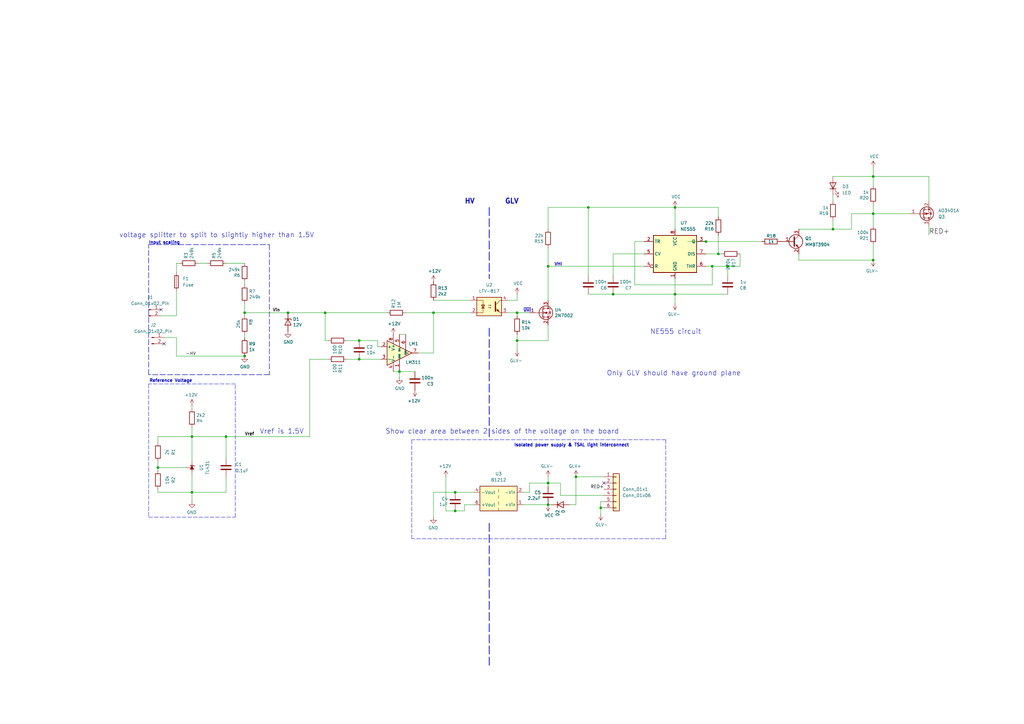
<source format=kicad_sch>
(kicad_sch (version 20231120) (generator "eeschema") (generator_version "8.0")
  (paper "A3")
  (title_block (title "TSAL") (date "2020-03-11") (rev "3.1") (company "NU Racing (UoN)") (comment 1 "Michael Ruppe") (comment 2 "github.com/michaelruppe/FSAE"))
  (lib_symbols
    (symbol "Comparator:LM311" (pin_names (offset 0.127))
      (property "Reference" "U" (at 3.81 6.35 0))
      (property "Value" "LM311" (at 3.81 3.81 0))
      (symbol "LM311_0_1"
        (polyline (pts (xy 5.08 0) (xy -5.08 5.08) (xy -5.08 -5.08) (xy 5.08 0)) (stroke (width 0.254)) (fill (type background)))
        (polyline (pts (xy 3.683 -0.381) (xy 3.302 -0.381) (xy 3.683 0) (xy 3.302 0.381) (xy 2.921 0) (xy 3.302 -0.381) (xy 2.921 -0.381)) (stroke (width 0.127)))
      )
      (symbol "LM311_1_1"
        (pin passive line (at 0 -7.62 90) (length 5.08) (name "GND") (number "1"))
        (pin input line (at -7.62 2.54 0) (length 2.54) (name "+") (number "2"))
        (pin input line (at -7.62 -2.54 0) (length 2.54) (name "-") (number "3"))
        (pin power_in line (at -2.54 -7.62 90) (length 3.81) (name "V-") (number "4"))
        (pin input line (at 0 7.62 270) (length 5.08) (name "BAL") (number "5"))
        (pin input line (at 2.54 7.62 270) (length 6.35) (name "STRB") (number "6"))
        (pin open_collector line (at 7.62 0 180) (length 2.54) (name "~") (number "7"))
        (pin power_in line (at -2.54 7.62 270) (length 3.81) (name "V+") (number "8"))
      )
    )
    (symbol "Connector:Conn_01x02_Pin" (pin_names (offset 1.016) hide)
      (property "Reference" "J" (at 0 2.54 0))
      (property "Value" "Conn_01x02_Pin" (at 0 -5.08 0))
      (symbol "Conn_01x02_Pin_1_1"
        (polyline (pts (xy 1.27 -2.54) (xy 0.8636 -2.54)) (stroke (width 0.1524)))
        (polyline (pts (xy 1.27 0) (xy 0.8636 0)) (stroke (width 0.1524)))
        (rectangle (start 0.8636 -2.413) (end 0 -2.667) (stroke (width 0.1524)) (fill (type outline)))
        (rectangle (start 0.8636 0.127) (end 0 -0.127) (stroke (width 0.1524)) (fill (type outline)))
        (pin passive line (at 5.08 0 180) (length 3.81) (name "Pin_1") (number "1"))
        (pin passive line (at 5.08 -2.54 180) (length 3.81) (name "Pin_2") (number "2"))
      )
    )
    (symbol "Connector_Generic:Conn_01x06" (pin_names (offset 1.016) hide)
      (property "Reference" "J" (at 0 7.62 0))
      (property "Value" "Conn_01x06" (at 0 -10.16 0))
      (symbol "Conn_01x06_1_1"
        (rectangle (start -1.27 -7.493) (end 0 -7.747) (stroke (width 0.1524)))
        (rectangle (start -1.27 -4.953) (end 0 -5.207) (stroke (width 0.1524)))
        (rectangle (start -1.27 -2.413) (end 0 -2.667) (stroke (width 0.1524)))
        (rectangle (start -1.27 0.127) (end 0 -0.127) (stroke (width 0.1524)))
        (rectangle (start -1.27 2.667) (end 0 2.413) (stroke (width 0.1524)))
        (rectangle (start -1.27 5.207) (end 0 4.953) (stroke (width 0.1524)))
        (rectangle (start -1.27 6.35) (end 1.27 -8.89) (stroke (width 0.254)) (fill (type background)))
        (pin passive line (at -5.08 5.08 0) (length 3.81) (name "Pin_1") (number "1"))
        (pin passive line (at -5.08 2.54 0) (length 3.81) (name "Pin_2") (number "2"))
        (pin passive line (at -5.08 0 0) (length 3.81) (name "Pin_3") (number "3"))
        (pin passive line (at -5.08 -2.54 0) (length 3.81) (name "Pin_4") (number "4"))
        (pin passive line (at -5.08 -5.08 0) (length 3.81) (name "Pin_5") (number "5"))
        (pin passive line (at -5.08 -7.62 0) (length 3.81) (name "Pin_6") (number "6"))
      )
    )
    (symbol "Converter_DCDC:TBA2-1212"
      (property "Reference" "U" (at -6.35 6.35 0))
      (property "Value" "TBA2-1212" (at 2.54 6.35 0))
      (symbol "TBA2-1212_0_1"
        (rectangle (start -7.62 5.08) (end 7.62 -5.08) (stroke (width 0.254)) (fill (type background)))
        (polyline (pts (xy 0 -2.54) (xy 0 -3.81)))
        (polyline (pts (xy 0 0) (xy 0 -1.27)))
        (polyline (pts (xy 0 2.54) (xy 0 1.27)))
        (polyline (pts (xy 0 5.08) (xy 0 3.81)))
      )
      (symbol "TBA2-1212_1_1"
        (pin power_in line (at -10.16 2.54 0) (length 2.54) (name "+Vin") (number "1"))
        (pin power_in line (at -10.16 -2.54 0) (length 2.54) (name "-Vin") (number "2"))
        (pin power_out line (at 10.16 -2.54 180) (length 2.54) (name "-Vout") (number "4"))
        (pin power_out line (at 10.16 2.54 180) (length 2.54) (name "+Vout") (number "6"))
      )
    )
    (symbol "Device:C" (pin_numbers hide) (pin_names (offset 0.254))
      (property "Reference" "C" (at 0.635 2.54 0))
      (property "Value" "C" (at 0.635 -2.54 0))
      (symbol "C_0_1"
        (polyline (pts (xy -2.032 -0.762) (xy 2.032 -0.762)) (stroke (width 0.508)))
        (polyline (pts (xy -2.032 0.762) (xy 2.032 0.762)) (stroke (width 0.508)))
      )
      (symbol "C_1_1"
        (pin passive line (at 0 3.81 270) (length 2.794) (name "~") (number "1"))
        (pin passive line (at 0 -3.81 90) (length 2.794) (name "~") (number "2"))
      )
    )
    (symbol "Device:D" (pin_numbers hide) (pin_names (offset 1.016) hide)
      (property "Reference" "D" (at 0 2.54 0))
      (property "Value" "D" (at 0 -2.54 0))
      (symbol "D_0_1"
        (polyline (pts (xy -1.27 1.27) (xy -1.27 -1.27)) (stroke (width 0.254)))
        (polyline (pts (xy 1.27 0) (xy -1.27 0)))
        (polyline (pts (xy 1.27 1.27) (xy 1.27 -1.27) (xy -1.27 0) (xy 1.27 1.27)) (stroke (width 0.254)))
      )
      (symbol "D_1_1"
        (pin passive line (at -3.81 0 0) (length 2.54) (name "K") (number "1"))
        (pin passive line (at 3.81 0 180) (length 2.54) (name "A") (number "2"))
      )
    )
    (symbol "Device:D_Zener" (pin_numbers hide) (pin_names (offset 1.016) hide)
      (property "Reference" "D" (at 0 2.54 0))
      (property "Value" "D_Zener" (at 0 -2.54 0))
      (symbol "D_Zener_0_1"
        (polyline (pts (xy 1.27 0) (xy -1.27 0)))
        (polyline (pts (xy -1.27 -1.27) (xy -1.27 1.27) (xy -0.762 1.27)) (stroke (width 0.254)))
        (polyline (pts (xy 1.27 -1.27) (xy 1.27 1.27) (xy -1.27 0) (xy 1.27 -1.27)) (stroke (width 0.254)))
      )
      (symbol "D_Zener_1_1"
        (pin passive line (at -3.81 0 0) (length 2.54) (name "K") (number "1"))
        (pin passive line (at 3.81 0 180) (length 2.54) (name "A") (number "2"))
      )
    )
    (symbol "Device:Fuse" (pin_numbers hide) (pin_names (offset 0))
      (property "Reference" "F" (at 2.032 0 90))
      (property "Value" "Fuse" (at -1.905 0 90))
      (symbol "Fuse_0_1"
        (rectangle (start -0.762 -2.54) (end 0.762 2.54) (stroke (width 0.254)))
        (polyline (pts (xy 0 2.54) (xy 0 -2.54)))
      )
      (symbol "Fuse_1_1"
        (pin passive line (at 0 3.81 270) (length 1.27) (name "~") (number "1"))
        (pin passive line (at 0 -3.81 90) (length 1.27) (name "~") (number "2"))
      )
    )
    (symbol "Device:LED" (pin_numbers hide) (pin_names (offset 1.016) hide)
      (property "Reference" "D" (at 0 2.54 0))
      (property "Value" "LED" (at 0 -2.54 0))
      (symbol "LED_0_1"
        (polyline (pts (xy -1.27 -1.27) (xy -1.27 1.27)) (stroke (width 0.254)))
        (polyline (pts (xy -1.27 0) (xy 1.27 0)))
        (polyline (pts (xy 1.27 -1.27) (xy 1.27 1.27) (xy -1.27 0) (xy 1.27 -1.27)) (stroke (width 0.254)))
        (polyline (pts (xy -3.048 -0.762) (xy -4.572 -2.286) (xy -3.81 -2.286) (xy -4.572 -2.286) (xy -4.572 -1.524)))
        (polyline (pts (xy -1.778 -0.762) (xy -3.302 -2.286) (xy -2.54 -2.286) (xy -3.302 -2.286) (xy -3.302 -1.524)))
      )
      (symbol "LED_1_1"
        (pin passive line (at -3.81 0 0) (length 2.54) (name "K") (number "1"))
        (pin passive line (at 3.81 0 180) (length 2.54) (name "A") (number "2"))
      )
    )
    (symbol "Device:R" (pin_numbers hide) (pin_names (offset 0))
      (property "Reference" "R" (at 2.032 0 90))
      (property "Value" "R" (at 0 0 90))
      (symbol "R_0_1"
        (rectangle (start -1.016 -2.54) (end 1.016 2.54) (stroke (width 0.254)))
      )
      (symbol "R_1_1"
        (pin passive line (at 0 3.81 270) (length 1.27) (name "~") (number "1"))
        (pin passive line (at 0 -3.81 90) (length 1.27) (name "~") (number "2"))
      )
    )
    (symbol "Isolator:LTV-817" (pin_names (offset 1.016))
      (property "Reference" "U" (at -5.08 5.08 0))
      (property "Value" "LTV-817" (at 0 5.08 0))
      (symbol "LTV-817_0_1"
        (rectangle (start -5.08 3.81) (end 5.08 -3.81) (stroke (width 0.254)) (fill (type background)))
        (polyline (pts (xy -3.175 -0.635) (xy -1.905 -0.635)) (stroke (width 0.254)))
        (polyline (pts (xy 2.54 0.635) (xy 4.445 2.54)))
        (polyline (pts (xy 4.445 -2.54) (xy 2.54 -0.635)) (fill (type outline)))
        (polyline (pts (xy 4.445 -2.54) (xy 5.08 -2.54)))
        (polyline (pts (xy 4.445 2.54) (xy 5.08 2.54)))
        (polyline (pts (xy -5.08 2.54) (xy -2.54 2.54) (xy -2.54 -0.762)))
        (polyline (pts (xy -2.54 -0.635) (xy -2.54 -2.54) (xy -5.08 -2.54)))
        (polyline (pts (xy 2.54 1.905) (xy 2.54 -1.905) (xy 2.54 -1.905)) (stroke (width 0.508)))
        (polyline (pts (xy -2.54 -0.635) (xy -3.175 0.635) (xy -1.905 0.635) (xy -2.54 -0.635)) (stroke (width 0.254)))
        (polyline (pts (xy -0.508 -0.508) (xy 0.762 -0.508) (xy 0.381 -0.635) (xy 0.381 -0.381) (xy 0.762 -0.508)))
        (polyline (pts (xy -0.508 0.508) (xy 0.762 0.508) (xy 0.381 0.381) (xy 0.381 0.635) (xy 0.762 0.508)))
        (polyline (pts (xy 3.048 -1.651) (xy 3.556 -1.143) (xy 4.064 -2.159) (xy 3.048 -1.651) (xy 3.048 -1.651)) (fill (type outline)))
      )
      (symbol "LTV-817_1_1"
        (pin passive line (at -7.62 2.54 0) (length 2.54) (name "~") (number "1"))
        (pin passive line (at -7.62 -2.54 0) (length 2.54) (name "~") (number "2"))
        (pin passive line (at 7.62 -2.54 180) (length 2.54) (name "~") (number "3"))
        (pin passive line (at 7.62 2.54 180) (length 2.54) (name "~") (number "4"))
      )
    )
    (symbol "Reference_Voltage:TL431LP" (pin_numbers hide) (pin_names hide)
      (property "Reference" "U" (at -2.54 2.54 0))
      (property "Value" "TL431LP" (at 0 -2.54 0))
      (symbol "TL431LP_0_1"
        (polyline (pts (xy -1.27 0) (xy 0 0) (xy 1.27 0)))
        (polyline (pts (xy -0.762 0.762) (xy 0.762 0) (xy -0.762 -0.762)) (fill (type outline)))
        (polyline (pts (xy 0.508 -1.016) (xy 0.762 -0.762) (xy 0.762 0.762) (xy 0.762 0.762)) (stroke (width 0.254)))
      )
      (symbol "TL431LP_1_1"
        (pin passive line (at 0 2.54 270) (length 2.54) (name "REF") (number "1"))
        (pin passive line (at -2.54 0 0) (length 2.54) (name "A") (number "2"))
        (pin passive line (at 2.54 0 180) (length 2.54) (name "K") (number "3"))
      )
    )
    (symbol "Timer:NE555D"
      (property "Reference" "U" (at -10.16 8.89 0))
      (property "Value" "NE555D" (at 2.54 8.89 0))
      (symbol "NE555D_0_0"
        (pin power_in line (at 0 -10.16 90) (length 2.54) (name "GND") (number "1"))
        (pin power_in line (at 0 10.16 270) (length 2.54) (name "VCC") (number "8"))
      )
      (symbol "NE555D_0_1"
        (rectangle (start -8.89 -7.62) (end 8.89 7.62) (stroke (width 0.254)) (fill (type background)))
        (rectangle (start -8.89 -7.62) (end 8.89 7.62) (stroke (width 0.254)) (fill (type background)))
      )
      (symbol "NE555D_1_1"
        (pin input line (at -12.7 5.08 0) (length 3.81) (name "TR") (number "2"))
        (pin output line (at 12.7 5.08 180) (length 3.81) (name "Q") (number "3"))
        (pin input inverted (at -12.7 -5.08 0) (length 3.81) (name "R") (number "4"))
        (pin input line (at -12.7 0 0) (length 3.81) (name "CV") (number "5"))
        (pin input line (at 12.7 -5.08 180) (length 3.81) (name "THR") (number "6"))
        (pin input line (at 12.7 0 180) (length 3.81) (name "DIS") (number "7"))
      )
    )
    (symbol "Transistor_BJT:MMBT3904" (pin_names (offset 0) hide)
      (property "Reference" "Q" (at 5.08 1.905 0))
      (property "Value" "MMBT3904" (at 5.08 0 0))
      (symbol "MMBT3904_0_1"
        (polyline (pts (xy 0.635 0.635) (xy 2.54 2.54)))
        (polyline (pts (xy 0.635 -0.635) (xy 2.54 -2.54) (xy 2.54 -2.54)))
        (polyline (pts (xy 0.635 1.905) (xy 0.635 -1.905) (xy 0.635 -1.905)) (stroke (width 0.508)))
        (polyline (pts (xy 1.27 -1.778) (xy 1.778 -1.27) (xy 2.286 -2.286) (xy 1.27 -1.778) (xy 1.27 -1.778)) (fill (type outline)))
        (circle (center 1.27 0) (radius 2.8194) (stroke (width 0.254)))
      )
      (symbol "MMBT3904_1_1"
        (pin input line (at -5.08 0 0) (length 5.715) (name "B") (number "1"))
        (pin passive line (at 2.54 -5.08 90) (length 2.54) (name "E") (number "2"))
        (pin passive line (at 2.54 5.08 270) (length 2.54) (name "C") (number "3"))
      )
    )
    (symbol "Transistor_FET:2N7002" (pin_names hide)
      (property "Reference" "Q" (at 5.08 1.905 0))
      (property "Value" "2N7002" (at 5.08 0 0))
      (symbol "2N7002_0_1"
        (polyline (pts (xy 0.254 0) (xy -2.54 0)))
        (polyline (pts (xy 0.254 1.905) (xy 0.254 -1.905)) (stroke (width 0.254)))
        (polyline (pts (xy 0.762 -1.27) (xy 0.762 -2.286)) (stroke (width 0.254)))
        (polyline (pts (xy 0.762 0.508) (xy 0.762 -0.508)) (stroke (width 0.254)))
        (polyline (pts (xy 0.762 2.286) (xy 0.762 1.27)) (stroke (width 0.254)))
        (polyline (pts (xy 2.54 2.54) (xy 2.54 1.778)))
        (polyline (pts (xy 2.54 -2.54) (xy 2.54 0) (xy 0.762 0)))
        (polyline (pts (xy 0.762 -1.778) (xy 3.302 -1.778) (xy 3.302 1.778) (xy 0.762 1.778)))
        (polyline (pts (xy 1.016 0) (xy 2.032 0.381) (xy 2.032 -0.381) (xy 1.016 0)) (fill (type outline)))
        (polyline (pts (xy 2.794 0.508) (xy 2.921 0.381) (xy 3.683 0.381) (xy 3.81 0.254)))
        (polyline (pts (xy 3.302 0.381) (xy 2.921 -0.254) (xy 3.683 -0.254) (xy 3.302 0.381)))
        (circle (center 1.651 0) (radius 2.794) (stroke (width 0.254)))
        (circle (center 2.54 -1.778) (radius 0.254) (fill (type outline)))
        (circle (center 2.54 1.778) (radius 0.254) (fill (type outline)))
      )
      (symbol "2N7002_1_1"
        (pin input line (at -5.08 0 0) (length 2.54) (name "G") (number "1"))
        (pin passive line (at 2.54 -5.08 90) (length 2.54) (name "S") (number "2"))
        (pin passive line (at 2.54 5.08 270) (length 2.54) (name "D") (number "3"))
      )
    )
    (symbol "Transistor_FET:AO3401A" (pin_names hide)
      (property "Reference" "Q" (at 5.08 1.905 0))
      (property "Value" "AO3401A" (at 5.08 0 0))
      (symbol "AO3401A_0_1"
        (polyline (pts (xy 0.254 0) (xy -2.54 0)))
        (polyline (pts (xy 0.254 1.905) (xy 0.254 -1.905)) (stroke (width 0.254)))
        (polyline (pts (xy 0.762 -1.27) (xy 0.762 -2.286)) (stroke (width 0.254)))
        (polyline (pts (xy 0.762 0.508) (xy 0.762 -0.508)) (stroke (width 0.254)))
        (polyline (pts (xy 0.762 2.286) (xy 0.762 1.27)) (stroke (width 0.254)))
        (polyline (pts (xy 2.54 2.54) (xy 2.54 1.778)))
        (polyline (pts (xy 2.54 -2.54) (xy 2.54 0) (xy 0.762 0)))
        (polyline (pts (xy 0.762 1.778) (xy 3.302 1.778) (xy 3.302 -1.778) (xy 0.762 -1.778)))
        (polyline (pts (xy 2.286 0) (xy 1.27 0.381) (xy 1.27 -0.381) (xy 2.286 0)) (fill (type outline)))
        (polyline (pts (xy 2.794 -0.508) (xy 2.921 -0.381) (xy 3.683 -0.381) (xy 3.81 -0.254)))
        (polyline (pts (xy 3.302 -0.381) (xy 2.921 0.254) (xy 3.683 0.254) (xy 3.302 -0.381)))
        (circle (center 1.651 0) (radius 2.794) (stroke (width 0.254)))
        (circle (center 2.54 -1.778) (radius 0.254) (fill (type outline)))
        (circle (center 2.54 1.778) (radius 0.254) (fill (type outline)))
      )
      (symbol "AO3401A_1_1"
        (pin input line (at -5.08 0 0) (length 2.54) (name "G") (number "1"))
        (pin passive line (at 2.54 -5.08 90) (length 2.54) (name "S") (number "2"))
        (pin passive line (at 2.54 5.08 270) (length 2.54) (name "D") (number "3"))
      )
    )
    (symbol "power-symbol-library:GLV+" (power) (pin_names (offset 0))
      (property "Value" "GLV+" (at 0 3.81 0))
      (symbol "GLV+_0_1"
        (polyline (pts (xy -0.762 1.27) (xy 0 2.54)))
        (polyline (pts (xy 0 0) (xy 0 2.54)))
        (polyline (pts (xy 0 2.54) (xy 0.762 1.27)))
      )
      (symbol "GLV+_1_1"
        (pin power_in line (at 0 0 90) (length 0) hide (name "GLV+") (number "1"))
      )
    )
    (symbol "power-symbol-library:GLV-" (power) (pin_names (offset 0))
      (property "Value" "GLV-" (at 0 3.81 0))
      (symbol "GLV-_0_1"
        (polyline (pts (xy -0.762 1.27) (xy 0 2.54)))
        (polyline (pts (xy 0 0) (xy 0 2.54)))
        (polyline (pts (xy 0 2.54) (xy 0.762 1.27)))
      )
      (symbol "GLV-_1_1"
        (pin power_in line (at 0 0 90) (length 0) hide (name "GLV-") (number "1"))
      )
    )
    (symbol "power:+12V" (power) (pin_numbers hide) (pin_names (offset 0) hide)
      (property "Value" "+12V" (at 0 3.556 0))
      (symbol "+12V_0_1"
        (polyline (pts (xy -0.762 1.27) (xy 0 2.54)))
        (polyline (pts (xy 0 0) (xy 0 2.54)))
        (polyline (pts (xy 0 2.54) (xy 0.762 1.27)))
      )
      (symbol "+12V_1_1"
        (pin power_in line (at 0 0 90) (length 0) (name "~") (number "1"))
      )
    )
    (symbol "power:GND" (power) (pin_numbers hide) (pin_names (offset 0) hide)
      (property "Value" "GND" (at 0 -3.81 0))
      (symbol "GND_0_1"
        (polyline (pts (xy 0 0) (xy 0 -1.27) (xy 1.27 -1.27) (xy 0 -2.54) (xy -1.27 -1.27) (xy 0 -1.27)))
      )
      (symbol "GND_1_1"
        (pin power_in line (at 0 0 270) (length 0) (name "~") (number "1"))
      )
    )
    (symbol "power:VCC" (power) (pin_numbers hide) (pin_names (offset 0) hide)
      (property "Value" "VCC" (at 0 3.556 0))
      (symbol "VCC_0_1"
        (polyline (pts (xy -0.762 1.27) (xy 0 2.54)))
        (polyline (pts (xy 0 0) (xy 0 2.54)))
        (polyline (pts (xy 0 2.54) (xy 0.762 1.27)))
      )
      (symbol "VCC_1_1"
        (pin power_in line (at 0 0 90) (length 0) (name "~") (number "1"))
      )
    )
  )
  (junction (at 163.83 152.4))
  (junction (at 92.71 179.07))
  (junction (at 224.79 207.01))
  (junction (at 241.3 85.09))
  (junction (at 147.32 147.32))
  (junction (at 100.33 128.27))
  (junction (at 212.09 128.27))
  (junction (at 186.69 201.93))
  (junction (at 177.8 128.27))
  (junction (at 78.74 179.07))
  (junction (at 212.09 139.7))
  (junction (at 133.35 128.27))
  (junction (at 358.14 106.68))
  (junction (at 358.14 72.39))
  (junction (at 100.33 146.05))
  (junction (at 64.77 191.77))
  (junction (at 289.56 99.06))
  (junction (at 186.69 209.55))
  (junction (at 118.11 128.27))
  (junction (at 276.86 120.65))
  (junction (at 294.64 104.14))
  (junction (at 358.14 87.63))
  (junction (at 224.79 198.12))
  (junction (at 147.32 139.7))
  (junction (at 236.22 195.58))
  (junction (at 224.79 109.22))
  (junction (at 276.86 85.09))
  (junction (at 298.45 109.22))
  (junction (at 292.1 109.22))
  (junction (at 246.38 208.28))
  (junction (at 78.74 201.93))
  (junction (at 251.46 120.65))
  (junction (at 341.63 93.98))
  (no_connect (at 247.65 198.12))
  (no_connect (at 66.04 127))
  (no_connect (at 67.31 140.97))
  (wire (pts (xy 92.71 201.93) (xy 78.74 201.93)))
  (polyline (pts (xy 110.49 153.67) (xy 60.96 153.67)) (stroke (width 0.2032) (type dash)))
  (polyline (pts (xy 273.05 220.98) (xy 168.91 220.98)) (stroke (width 0) (type dash)))
  (wire (pts (xy 281.94 99.06) (xy 289.56 99.06)))
  (wire (pts (xy 212.09 139.7) (xy 212.09 137.16)))
  (wire (pts (xy 260.35 116.84) (xy 292.1 116.84)))
  (wire (pts (xy 294.64 104.14) (xy 295.91 104.14)))
  (wire (pts (xy 190.5 207.01) (xy 194.31 207.01)))
  (wire (pts (xy 156.21 142.24) (xy 154.94 142.24)))
  (wire (pts (xy 358.14 87.63) (xy 358.14 92.71)))
  (wire (pts (xy 134.62 147.32) (xy 127 147.32)))
  (polyline (pts (xy 96.52 157.48) (xy 60.96 157.48)) (stroke (width 0) (type dash)))
  (wire (pts (xy 224.79 109.22) (xy 264.16 109.22)))
  (wire (pts (xy 100.33 129.54) (xy 100.33 128.27)))
  (wire (pts (xy 276.86 85.09) (xy 276.86 93.98)))
  (wire (pts (xy 64.77 191.77) (xy 64.77 193.04)))
  (wire (pts (xy 72.39 111.76) (xy 72.39 107.95)))
  (wire (pts (xy 177.8 212.09) (xy 177.8 201.93)))
  (wire (pts (xy 92.71 107.95) (xy 100.33 107.95)))
  (polyline (pts (xy 200.66 85.09) (xy 200.66 114.3)) (stroke (width 0.3048) (type dash)))
  (wire (pts (xy 349.25 93.98) (xy 341.63 93.98)))
  (polyline (pts (xy 110.49 100.33) (xy 110.49 153.67)) (stroke (width 0.2032) (type dash)))
  (wire (pts (xy 212.09 123.19) (xy 212.09 120.65)))
  (wire (pts (xy 224.79 85.09) (xy 241.3 85.09)))
  (wire (pts (xy 327.66 93.98) (xy 341.63 93.98)))
  (polyline (pts (xy 60.96 100.33) (xy 110.49 100.33)) (stroke (width 0.2032) (type dash)))
  (wire (pts (xy 381 72.39) (xy 358.14 72.39)))
  (wire (pts (xy 358.14 87.63) (xy 373.38 87.63)))
  (wire (pts (xy 64.77 201.93) (xy 64.77 200.66)))
  (wire (pts (xy 100.33 137.16) (xy 100.33 138.43)))
  (wire (pts (xy 78.74 201.93) (xy 78.74 205.74)))
  (wire (pts (xy 64.77 189.23) (xy 64.77 191.77)))
  (polyline (pts (xy 60.96 153.67) (xy 60.96 100.33)) (stroke (width 0.2032) (type dash)))
  (wire (pts (xy 177.8 144.78) (xy 177.8 128.27)))
  (wire (pts (xy 212.09 128.27) (xy 212.09 129.54)))
  (wire (pts (xy 241.3 85.09) (xy 276.86 85.09)))
  (wire (pts (xy 72.39 107.95) (xy 73.66 107.95)))
  (wire (pts (xy 224.79 109.22) (xy 224.79 101.6)))
  (wire (pts (xy 236.22 195.58) (xy 247.65 195.58)))
  (wire (pts (xy 92.71 179.07) (xy 127 179.07)))
  (polyline (pts (xy 200.66 134.62) (xy 200.66 180.34)) (stroke (width 0.3048) (type dash)))
  (wire (pts (xy 264.16 99.06) (xy 260.35 99.06)))
  (wire (pts (xy 166.37 137.16) (xy 163.83 137.16)))
  (wire (pts (xy 247.65 203.2) (xy 229.87 203.2)))
  (wire (pts (xy 358.14 68.58) (xy 358.14 72.39)))
  (polyline (pts (xy 168.91 220.98) (xy 168.91 180.34)) (stroke (width 0) (type dash)))
  (polyline (pts (xy 273.05 180.34) (xy 168.91 180.34)) (stroke (width 0) (type dash)))
  (wire (pts (xy 381 92.71) (xy 381 96.52)))
  (wire (pts (xy 358.14 106.68) (xy 358.14 100.33)))
  (wire (pts (xy 289.56 104.14) (xy 294.64 104.14)))
  (wire (pts (xy 100.33 124.46) (xy 100.33 128.27)))
  (wire (pts (xy 78.74 167.64) (xy 78.74 166.37)))
  (polyline (pts (xy 60.96 212.09) (xy 96.52 212.09)) (stroke (width 0) (type dash)))
  (wire (pts (xy 224.79 93.98) (xy 224.79 85.09)))
  (wire (pts (xy 177.8 144.78) (xy 171.45 144.78)))
  (wire (pts (xy 81.28 107.95) (xy 85.09 107.95)))
  (wire (pts (xy 241.3 113.03) (xy 241.3 85.09)))
  (wire (pts (xy 358.14 83.82) (xy 358.14 87.63)))
  (wire (pts (xy 312.42 99.06) (xy 289.56 99.06)))
  (wire (pts (xy 78.74 194.31) (xy 78.74 201.93)))
  (wire (pts (xy 212.09 143.51) (xy 212.09 139.7)))
  (wire (pts (xy 147.32 139.7) (xy 142.24 139.7)))
  (wire (pts (xy 177.8 201.93) (xy 186.69 201.93)))
  (wire (pts (xy 224.79 195.58) (xy 224.79 198.12)))
  (wire (pts (xy 251.46 104.14) (xy 251.46 113.03)))
  (wire (pts (xy 190.5 209.55) (xy 186.69 209.55)))
  (wire (pts (xy 214.63 207.01) (xy 224.79 207.01)))
  (polyline (pts (xy 200.66 214.63) (xy 200.66 273.05)) (stroke (width 0.3048) (type dash)))
  (wire (pts (xy 133.35 128.27) (xy 158.75 128.27)))
  (wire (pts (xy 236.22 195.58) (xy 236.22 207.01)))
  (wire (pts (xy 303.53 104.14) (xy 303.53 109.22)))
  (wire (pts (xy 78.74 175.26) (xy 78.74 179.07)))
  (wire (pts (xy 133.35 128.27) (xy 133.35 139.7)))
  (wire (pts (xy 276.86 85.09) (xy 294.64 85.09)))
  (wire (pts (xy 208.28 123.19) (xy 212.09 123.19)))
  (wire (pts (xy 224.79 198.12) (xy 217.17 198.12)))
  (wire (pts (xy 186.69 209.55) (xy 182.88 209.55)))
  (wire (pts (xy 264.16 104.14) (xy 251.46 104.14)))
  (wire (pts (xy 298.45 109.22) (xy 292.1 109.22)))
  (wire (pts (xy 327.66 106.68) (xy 358.14 106.68)))
  (wire (pts (xy 224.79 198.12) (xy 224.79 199.39)))
  (wire (pts (xy 127 147.32) (xy 127 179.07)))
  (wire (pts (xy 251.46 120.65) (xy 276.86 120.65)))
  (wire (pts (xy 154.94 139.7) (xy 147.32 139.7)))
  (wire (pts (xy 92.71 195.58) (xy 92.71 201.93)))
  (wire (pts (xy 142.24 147.32) (xy 147.32 147.32)))
  (wire (pts (xy 177.8 123.19) (xy 193.04 123.19)))
  (wire (pts (xy 292.1 116.84) (xy 292.1 109.22)))
  (wire (pts (xy 72.39 138.43) (xy 72.39 146.05)))
  (wire (pts (xy 64.77 191.77) (xy 76.2 191.77)))
  (wire (pts (xy 100.33 128.27) (xy 118.11 128.27)))
  (wire (pts (xy 229.87 203.2) (xy 229.87 198.12)))
  (wire (pts (xy 163.83 152.4) (xy 163.83 154.94)))
  (wire (pts (xy 241.3 120.65) (xy 251.46 120.65)))
  (wire (pts (xy 349.25 87.63) (xy 349.25 93.98)))
  (wire (pts (xy 133.35 139.7) (xy 134.62 139.7)))
  (wire (pts (xy 67.31 138.43) (xy 72.39 138.43)))
  (wire (pts (xy 78.74 179.07) (xy 92.71 179.07)))
  (wire (pts (xy 163.83 152.4) (xy 170.18 152.4)))
  (polyline (pts (xy 273.05 180.34) (xy 273.05 220.98)) (stroke (width 0) (type dash)))
  (wire (pts (xy 327.66 104.14) (xy 327.66 106.68)))
  (wire (pts (xy 161.29 152.4) (xy 163.83 152.4)))
  (wire (pts (xy 72.39 146.05) (xy 100.33 146.05)))
  (wire (pts (xy 298.45 120.65) (xy 276.86 120.65)))
  (wire (pts (xy 212.09 128.27) (xy 217.17 128.27)))
  (wire (pts (xy 64.77 201.93) (xy 78.74 201.93)))
  (wire (pts (xy 236.22 207.01) (xy 233.68 207.01)))
  (wire (pts (xy 78.74 179.07) (xy 78.74 189.23)))
  (wire (pts (xy 64.77 179.07) (xy 64.77 181.61)))
  (wire (pts (xy 276.86 120.65) (xy 276.86 124.46)))
  (wire (pts (xy 100.33 115.57) (xy 100.33 116.84)))
  (wire (pts (xy 247.65 208.28) (xy 246.38 208.28)))
  (wire (pts (xy 226.06 207.01) (xy 224.79 207.01)))
  (wire (pts (xy 229.87 198.12) (xy 224.79 198.12)))
  (wire (pts (xy 64.77 179.07) (xy 78.74 179.07)))
  (wire (pts (xy 224.79 139.7) (xy 212.09 139.7)))
  (wire (pts (xy 182.88 195.58) (xy 182.88 209.55)))
  (wire (pts (xy 341.63 72.39) (xy 358.14 72.39)))
  (wire (pts (xy 247.65 205.74) (xy 246.38 205.74)))
  (wire (pts (xy 341.63 82.55) (xy 341.63 80.01)))
  (wire (pts (xy 217.17 201.93) (xy 214.63 201.93)))
  (wire (pts (xy 154.94 142.24) (xy 154.94 139.7)))
  (wire (pts (xy 358.14 72.39) (xy 358.14 76.2)))
  (wire (pts (xy 186.69 201.93) (xy 194.31 201.93)))
  (polyline (pts (xy 60.96 157.48) (xy 60.96 212.09)) (stroke (width 0) (type dash)))
  (wire (pts (xy 303.53 109.22) (xy 298.45 109.22)))
  (wire (pts (xy 224.79 133.35) (xy 224.79 139.7)))
  (polyline (pts (xy 96.52 212.09) (xy 96.52 157.48)) (stroke (width 0) (type dash)))
  (wire (pts (xy 294.64 85.09) (xy 294.64 88.9)))
  (wire (pts (xy 190.5 209.55) (xy 190.5 207.01)))
  (wire (pts (xy 72.39 119.38) (xy 72.39 129.54)))
  (wire (pts (xy 260.35 99.06) (xy 260.35 116.84)))
  (wire (pts (xy 92.71 179.07) (xy 92.71 187.96)))
  (wire (pts (xy 381 82.55) (xy 381 72.39)))
  (wire (pts (xy 298.45 113.03) (xy 298.45 109.22)))
  (wire (pts (xy 118.11 128.27) (xy 133.35 128.27)))
  (wire (pts (xy 292.1 109.22) (xy 289.56 109.22)))
  (wire (pts (xy 66.04 129.54) (xy 72.39 129.54)))
  (wire (pts (xy 358.14 87.63) (xy 349.25 87.63)))
  (wire (pts (xy 341.63 90.17) (xy 341.63 93.98)))
  (wire (pts (xy 246.38 205.74) (xy 246.38 208.28)))
  (wire (pts (xy 276.86 120.65) (xy 276.86 114.3)))
  (wire (pts (xy 166.37 128.27) (xy 177.8 128.27)))
  (wire (pts (xy 224.79 109.22) (xy 224.79 123.19)))
  (wire (pts (xy 147.32 147.32) (xy 156.21 147.32)))
  (wire (pts (xy 246.38 208.28) (xy 246.38 210.82)))
  (wire (pts (xy 294.64 96.52) (xy 294.64 104.14)))
  (wire (pts (xy 212.09 128.27) (xy 208.28 128.27)))
  (wire (pts (xy 177.8 128.27) (xy 193.04 128.27)))
  (wire (pts (xy 217.17 198.12) (xy 217.17 201.93)))
  (text "voltage splitter to split to slightly higher than 1.5V" (at 88.9 96.52 0) (effects (font (size 2.0066 2.0066))))
  (text "Show clear area between 2 sides of the voltage on the board" (at 205.994 177.038 0) (effects (font (size 2.0066 2.0066))))
  (text "Isolated power supply & TSAL light interconnect" (at 258.064 183.388 0) (effects (font (size 1.27 1.27) (thickness 0.254) (bold yes)) (justify right bottom)))
  (text "Reference Voltage" (at 61.214 156.972 0) (effects (font (size 1.27 1.27) (thickness 0.254) (bold yes)) (justify left bottom)))
  (text "~{VHI}" (at 214.63 128.27 0) (effects (font (size 1.27 1.27) (thickness 0.254) (bold yes)) (justify left bottom)))
  (text "Input scaling" (at 60.96 100.33 0) (effects (font (size 1.27 1.27) (thickness 0.254) (bold yes)) (justify left bottom)))
  (text "Only GLV should have ground plane" (at 276.352 153.162 0) (effects (font (size 2.0066 2.0066))))
  (text "GLV" (at 207.01 83.82 0) (effects (font (size 2.0066 2.0066) (thickness 0.4013) (bold yes)) (justify left bottom)))
  (text "VHI" (at 227.33 109.22 0) (effects (font (size 1.27 1.27) (thickness 0.254) (bold yes)) (justify left bottom)))
  (text "Vref is 1.5V\n" (at 115.57 177.038 0) (effects (font (size 2.0066 2.0066))))
  (text "NE555 circuit" (at 277.114 136.144 0) (effects (font (size 2.0066 2.0066))))
  (text "HV" (at 190.5 83.82 0) (effects (font (size 2.0066 2.0066) (thickness 0.4013) (bold yes)) (justify left bottom)))
  (label "-HV" (at 76.2 146.05 0))
  (label "RED+" (at 247.65 200.66 180))
  (label "RED+" (at 381 96.52 0) (effects (font (size 2.0066 2.0066))))
  (label "Vin" (at 111.76 128.27 0) (effects (font (thickness 0.254) (bold yes))))
  (label "Vref" (at 100.33 179.07 0) (effects (font (thickness 0.254) (bold yes))))
  (symbol (lib_id "Device:R") (at 100.33 120.65 0) (unit 1)
    (property "Reference" "R7" (at 102.108 119.4816 0) (effects (justify left)))
    (property "Value" "249k" (at 102.108 121.793 0) (effects (justify left)))
    (property "Footprint" "Resistor_SMD:R_0805_2012Metric_Pad1.20x1.40mm_HandSolder" (effects (hide yes)))
  )
  (symbol (lib_id "Device:R") (at 100.33 133.35 180) (unit 1)
    (property "Reference" "R8" (at 102.87 130.81 90) (effects (justify left)))
    (property "Value" "25k" (at 97.79 131.0386 90) (effects (justify left)))
    (property "Footprint" "Resistor_SMD:R_0805_2012Metric_Pad1.20x1.40mm_HandSolder" (effects (hide yes)))
  )
  (symbol (lib_id "Device:C") (at 224.79 203.2 0) (mirror y) (unit 1)
    (property "Reference" "C5" (at 221.869 202.0316 0) (effects (justify left)))
    (property "Value" "2.2uF" (at 221.869 204.343 0) (effects (justify left)))
    (property "Footprint" "Capacitor_SMD:C_0805_2012Metric" (effects (hide yes)))
  )
  (symbol (lib_id "power:+12V") (at 182.88 195.58 0) (mirror y) (unit 1)
    (property "Reference" "#PWR010" (effects (hide yes)))
    (property "Value" "+12V" (at 182.499 191.1858 0))
  )
  (symbol (lib_id "power:GND") (at 177.8 212.09 0) (mirror y) (unit 1)
    (property "Reference" "#PWR09" (effects (hide yes)))
    (property "Value" "GND" (at 177.673 216.4842 0))
  )
  (symbol (lib_id "Device:R") (at 138.43 147.32 270) (unit 1)
    (property "Reference" "R11" (at 139.5984 149.098 0) (effects (justify left)))
    (property "Value" "100" (at 137.287 149.098 0) (effects (justify left)))
    (property "Footprint" "Resistor_SMD:R_0805_2012Metric_Pad1.20x1.40mm_HandSolder" (effects (hide yes)))
  )
  (symbol (lib_id "Device:C") (at 147.32 143.51 0) (unit 1)
    (property "Reference" "C2" (at 150.241 142.3416 0) (effects (justify left)))
    (property "Value" "10n" (at 150.241 144.653 0) (effects (justify left)))
    (property "Footprint" "Capacitor_SMD:C_0805_2012Metric" (effects (hide yes)))
  )
  (symbol (lib_id "Device:R") (at 138.43 139.7 270) (unit 1)
    (property "Reference" "R10" (at 139.5984 141.478 0) (effects (justify left)))
    (property "Value" "100" (at 137.287 141.478 0) (effects (justify left)))
    (property "Footprint" "Resistor_SMD:R_0805_2012Metric_Pad1.20x1.40mm_HandSolder" (effects (hide yes)))
  )
  (symbol (lib_id "Device:D_Zener") (at 118.11 132.08 270) (unit 1)
    (property "Reference" "D1" (at 120.1166 130.9116 90) (effects (justify left)))
    (property "Value" "12V" (at 120.1166 133.223 90) (effects (justify left)))
    (property "Footprint" "Diode_THT:D_DO-35_SOD27_P7.62mm_Horizontal" (effects (hide yes)))
  )
  (symbol (lib_id "power:GND") (at 118.11 135.89 0) (unit 1)
    (property "Reference" "#PWR04" (effects (hide yes)))
    (property "Value" "GND" (at 118.237 140.2842 0))
  )
  (symbol (lib_id "Device:R") (at 100.33 142.24 0) (unit 1)
    (property "Reference" "R9" (at 102.108 141.0716 0) (effects (justify left)))
    (property "Value" "1k" (at 102.108 143.383 0) (effects (justify left)))
    (property "Footprint" "Resistor_SMD:R_0805_2012Metric_Pad1.20x1.40mm_HandSolder" (effects (hide yes)))
  )
  (symbol (lib_id "power:GND") (at 100.33 146.05 0) (unit 1)
    (property "Reference" "#PWR03" (effects (hide yes)))
    (property "Value" "GND" (at 100.457 150.4442 0))
  )
  (symbol (lib_id "Device:R") (at 100.33 111.76 180) (unit 1)
    (property "Reference" "R6" (at 98.552 112.9284 0) (effects (justify left)))
    (property "Value" "249k" (at 98.552 110.617 0) (effects (justify left)))
    (property "Footprint" "Resistor_SMD:R_0805_2012Metric_Pad1.20x1.40mm_HandSolder" (effects (hide yes)))
  )
  (symbol (lib_id "Device:R") (at 162.56 128.27 90) (unit 1)
    (property "Reference" "R12" (at 161.3916 126.492 0) (effects (justify left)))
    (property "Value" "1M" (at 163.703 126.492 0) (effects (justify left)))
    (property "Footprint" "Resistor_SMD:R_0805_2012Metric_Pad1.20x1.40mm_HandSolder" (effects (hide yes)))
    (property "Description" "optional" (effects (hide yes)))
  )
  (symbol (lib_id "Device:C") (at 170.18 156.21 180) (unit 1)
    (property "Reference" "C3" (at 177.8 157.48 0) (effects (justify left)))
    (property "Value" "100n" (at 177.8 154.94 0) (effects (justify left)))
    (property "Footprint" "Capacitor_SMD:C_0805_2012Metric" (effects (hide yes)))
  )
  (symbol (lib_id "power:+12V") (at 170.18 160.02 180) (unit 1)
    (property "Reference" "#PWR07" (effects (hide yes)))
    (property "Value" "+12V" (at 169.799 164.4142 0))
  )
  (symbol (lib_id "Comparator:LM311") (at 163.83 144.78 0) (unit 1)
    (property "Reference" "LM1" (at 167.64 140.97 0) (effects (justify left)))
    (property "Value" "LM311" (at 166.37 148.59 0) (effects (justify left)))
    (property "Footprint" "Package_SO:SOIC-8-1EP_3.9x4.9mm_P1.27mm_EP2.29x3mm" (effects (hide yes)))
    (property "Datasheet" "http://www.ti.com/lit/ds/symlink/lm311.pdf" (effects (hide yes)))
  )
  (symbol (lib_id "power:GND") (at 163.83 154.94 0) (unit 1)
    (property "Reference" "#PWR06" (effects (hide yes)))
    (property "Value" "GND" (at 163.957 159.3342 0))
  )
  (symbol (lib_id "power:+12V") (at 161.29 137.16 0) (unit 1)
    (property "Reference" "#PWR05" (effects (hide yes)))
    (property "Value" "+12V" (at 161.671 132.7658 0))
  )
  (symbol (lib_id "Device:D") (at 229.87 207.01 0) (mirror x) (unit 1)
    (property "Reference" "D2" (at 228.7016 209.0166 90) (effects (justify left)))
    (property "Value" "D" (at 231.013 209.0166 90) (effects (justify left)))
    (property "Footprint" "Diode_SMD:D_SMA" (effects (hide yes)))
  )
  (symbol (lib_id "power:+12V") (at 177.8 115.57 0) (unit 1)
    (property "Reference" "#PWR08" (effects (hide yes)))
    (property "Value" "+12V" (at 178.181 111.1758 0))
  )
  (symbol (lib_id "Device:R") (at 177.8 119.38 0) (unit 1)
    (property "Reference" "R13" (at 179.578 118.2116 0) (effects (justify left)))
    (property "Value" "2k2" (at 179.578 120.523 0) (effects (justify left)))
    (property "Footprint" "Resistor_SMD:R_0805_2012Metric_Pad1.20x1.40mm_HandSolder" (effects (hide yes)))
  )
  (symbol (lib_id "power-symbol-library:GLV-") (at 212.09 143.51 180) (unit 1)
    (property "Reference" "#PWR012" (effects (hide yes)))
    (property "Value" "GLV-" (at 211.709 147.9042 0))
  )
  (symbol (lib_id "Device:R") (at 212.09 133.35 0) (unit 1)
    (property "Reference" "R14" (at 213.868 132.1816 0) (effects (justify left)))
    (property "Value" "10k" (at 213.868 134.493 0) (effects (justify left)))
    (property "Footprint" "Resistor_SMD:R_0805_2012Metric_Pad1.20x1.40mm_HandSolder" (effects (hide yes)))
  )
  (symbol (lib_id "Device:C") (at 251.46 116.84 180) (unit 1)
    (property "Reference" "C7" (at 259.08 118.11 0) (effects (justify left)))
    (property "Value" "100n" (at 259.08 115.57 0) (effects (justify left)))
    (property "Footprint" "Capacitor_SMD:C_0805_2012Metric" (effects (hide yes)))
  )
  (symbol (lib_id "Device:R") (at 299.72 104.14 270) (unit 1)
    (property "Reference" "R17" (at 300.8884 105.918 0) (effects (justify left)))
    (property "Value" "220k" (at 298.577 105.918 0) (effects (justify left)))
    (property "Footprint" "Resistor_SMD:R_0805_2012Metric_Pad1.20x1.40mm_HandSolder" (effects (hide yes)))
  )
  (symbol (lib_id "Device:C") (at 241.3 116.84 180) (unit 1)
    (property "Reference" "C6" (at 248.92 118.11 0) (effects (justify left)))
    (property "Value" "100n" (at 248.92 115.57 0) (effects (justify left)))
    (property "Footprint" "Capacitor_SMD:C_0805_2012Metric" (effects (hide yes)))
  )
  (symbol (lib_id "Device:C") (at 298.45 116.84 180) (unit 1)
    (property "Reference" "C8" (at 306.07 118.11 0) (effects (justify left)))
    (property "Value" "1u" (at 306.07 115.57 0) (effects (justify left)))
    (property "Footprint" "Capacitor_SMD:C_0805_2012Metric" (effects (hide yes)))
  )
  (symbol (lib_id "Device:R") (at 294.64 92.71 180) (unit 1)
    (property "Reference" "R16" (at 292.862 93.8784 0) (effects (justify left)))
    (property "Value" "22k" (at 292.862 91.567 0) (effects (justify left)))
    (property "Footprint" "Resistor_SMD:R_0805_2012Metric_Pad1.20x1.40mm_HandSolder" (effects (hide yes)))
  )
  (symbol (lib_id "Device:R") (at 88.9 107.95 90) (unit 1)
    (property "Reference" "R5" (at 87.7316 106.172 0) (effects (justify left)))
    (property "Value" "249k" (at 90.043 106.172 0) (effects (justify left)))
    (property "Footprint" "Resistor_SMD:R_0805_2012Metric_Pad1.20x1.40mm_HandSolder" (effects (hide yes)))
  )
  (symbol (lib_id "Device:R") (at 77.47 107.95 90) (unit 1)
    (property "Reference" "R3" (at 76.3016 106.172 0) (effects (justify left)))
    (property "Value" "249k" (at 78.613 106.172 0) (effects (justify left)))
    (property "Footprint" "Resistor_SMD:R_0805_2012Metric_Pad1.20x1.40mm_HandSolder" (effects (hide yes)))
  )
  (symbol (lib_id "power-symbol-library:GLV+") (at 236.22 195.58 0) (mirror y) (unit 1)
    (property "Reference" "#PWR015" (effects (hide yes)))
    (property "Value" "GLV+" (at 235.839 191.1858 0))
  )
  (symbol (lib_id "power-symbol-library:GLV-") (at 224.79 195.58 0) (mirror y) (unit 1)
    (property "Reference" "#PWR013" (effects (hide yes)))
    (property "Value" "GLV-" (at 224.409 191.1858 0))
  )
  (symbol (lib_id "Transistor_FET:2N7002") (at 222.25 128.27 0) (unit 1)
    (property "Reference" "U4" (at 227.4824 127.1016 0) (effects (justify left)))
    (property "Value" "2N7002" (at 227.4824 129.413 0) (effects (justify left)))
    (property "Footprint" "Package_TO_SOT_SMD:SOT-23-5_HandSoldering" (effects (hide yes)))
    (property "Datasheet" "https://www.fairchildsemi.com/datasheets/2N/2N7002.pdf" (effects (hide yes)))
  )
  (symbol (lib_id "power-symbol-library:GLV-") (at 358.14 106.68 180) (unit 1)
    (property "Reference" "#PWR019" (effects (hide yes)))
    (property "Value" "GLV-" (at 357.759 111.0742 0))
  )
  (symbol (lib_id "power:VCC") (at 224.79 207.01 0) (mirror x) (unit 1)
    (property "Reference" "#PWR014" (effects (hide yes)))
    (property "Value" "VCC" (at 225.2472 211.4042 0))
  )
  (symbol (lib_id "power:VCC") (at 212.09 120.65 0) (unit 1)
    (property "Reference" "#PWR011" (effects (hide yes)))
    (property "Value" "VCC" (at 212.5218 116.2558 0))
  )
  (symbol (lib_id "power:VCC") (at 276.86 85.09 0) (unit 1)
    (property "Reference" "#PWR017" (effects (hide yes)))
    (property "Value" "VCC" (at 277.2918 80.6958 0))
  )
  (symbol (lib_id "Device:R") (at 224.79 97.79 180) (unit 1)
    (property "Reference" "R15" (at 223.012 98.9584 0) (effects (justify left)))
    (property "Value" "22k" (at 223.012 96.647 0) (effects (justify left)))
    (property "Footprint" "Resistor_SMD:R_0805_2012Metric_Pad1.20x1.40mm_HandSolder" (effects (hide yes)))
  )
  (symbol (lib_id "power-symbol-library:GLV-") (at 276.86 124.46 180) (unit 1)
    (property "Reference" "#PWR018" (effects (hide yes)))
    (property "Value" "GLV-" (at 276.479 128.8542 0))
  )
  (symbol (lib_id "power-symbol-library:GLV-") (at 246.38 210.82 0) (mirror x) (unit 1)
    (property "Reference" "#PWR016" (effects (hide yes)))
    (property "Value" "GLV-" (at 246.761 215.2142 0))
  )
  (symbol (lib_id "Reference_Voltage:TL431LP") (at 78.74 191.77 90) (unit 1)
    (property "Reference" "U1" (at 82.55 191.77 0))
    (property "Value" "TL431" (at 85.09 191.77 0))
    (property "Footprint" "Package_TO_SOT_SMD:SOT-23-5_HandSoldering" (effects (hide yes)))
    (property "Datasheet" "http://www.ti.com/lit/ds/symlink/tl431.pdf" (effects (hide yes)))
    (property "Description" "Shunt Regulator, TO-92" (effects (hide yes)))
  )
  (symbol (lib_id "Isolator:LTV-817") (at 200.66 125.73 0) (unit 1)
    (property "Reference" "U2" (at 200.66 116.84 0))
    (property "Value" "LTV-817" (at 200.66 119.38 0))
    (property "Footprint" "Package_DIP:DIP-4_W7.62mm_SMDSocket_SmallPads" (effects (hide yes)))
    (property "Datasheet" "http://www.us.liteon.com/downloads/LTV-817-827-847.PDF" (effects (hide yes)))
    (property "Description" "DC Optocoupler, Vce 35V, CTR 50%, DIP-4" (effects (hide yes)))
  )
  (symbol (lib_id "power:GND") (at 78.74 205.74 0) (mirror y) (unit 1)
    (property "Reference" "#PWR02" (effects (hide yes)))
    (property "Value" "GND" (at 78.613 210.1342 0))
  )
  (symbol (lib_id "Device:R") (at 64.77 196.85 0) (unit 1)
    (property "Reference" "R2" (at 71.12 196.85 90))
    (property "Value" "10k" (at 68.58 196.85 90))
    (property "Footprint" "Resistor_SMD:R_0805_2012Metric_Pad1.20x1.40mm_HandSolder" (effects (hide yes)))
    (property "Description" "Resistor" (effects (hide yes)))
  )
  (symbol (lib_id "power:VCC") (at 358.14 68.58 0) (unit 1)
    (property "Reference" "#PWR020" (effects (hide yes)))
    (property "Value" "VCC" (at 358.5718 64.1858 0))
  )
  (symbol (lib_id "Device:C") (at 92.71 191.77 0) (unit 1)
    (property "Reference" "C1" (at 96.52 190.4999 0) (effects (justify left)))
    (property "Value" "0.1uF" (at 96.52 193.0399 0) (effects (justify left)))
    (property "Footprint" "Capacitor_SMD:C_0805_2012Metric" (effects (hide yes)))
    (property "Description" "Unpolarized capacitor" (effects (hide yes)))
  )
  (symbol (lib_id "Transistor_BJT:MMBT3904") (at 325.12 99.06 0) (unit 1)
    (property "Reference" "Q1" (at 330.2 97.7899 0) (effects (justify left)))
    (property "Value" "MMBT3904" (at 330.2 100.3299 0) (effects (justify left)))
    (property "Footprint" "Package_TO_SOT_SMD:SOT-23" (effects (hide yes)))
    (property "Datasheet" "https://www.onsemi.com/pdf/datasheet/pzt3904-d.pdf" (effects (hide yes)))
    (property "Description" "0.2A Ic, 40V Vce, Small Signal NPN Transistor, SOT-23" (effects (hide yes)))
  )
  (symbol (lib_id "Timer:NE555D") (at 276.86 104.14 0) (unit 1)
    (property "Reference" "U7" (at 279.0541 91.44 0) (effects (justify left)))
    (property "Value" "NE555" (at 279.0541 93.98 0) (effects (justify left)))
    (property "Footprint" "Package_SO:SOIC-8-1EP_3.9x4.9mm_P1.27mm_EP2.29x3mm" (effects (hide yes)))
    (property "Datasheet" "http://www.ti.com/lit/ds/symlink/ne555.pdf" (effects (hide yes)))
  )
  (symbol (lib_id "Transistor_FET:AO3401A") (at 378.46 87.63 0) (mirror x) (unit 1)
    (property "Reference" "Q3" (at 384.81 88.9001 0) (effects (justify left)))
    (property "Value" "AO3401A" (at 384.81 86.3601 0) (effects (justify left)))
    (property "Footprint" "Package_TO_SOT_SMD:SOT-23" (effects (hide yes)))
    (property "Datasheet" "http://www.aosmd.com/pdfs/datasheet/AO3401A.pdf" (effects (hide yes)))
    (property "Description" "-4.0A Id, -30V Vds, P-Channel MOSFET, SOT-23" (effects (hide yes)))
  )
  (symbol (lib_id "Connector_Generic:Conn_01x06") (at 252.73 200.66 0) (unit 1)
    (property "Reference" "Conn_01x1" (at 255.27 200.6599 0) (effects (justify left)))
    (property "Value" "Conn_01x06" (at 255.27 203.1999 0) (effects (justify left)))
    (property "Footprint" "Connector_JST:JST_VH_B6P-VH_1x06_P3.96mm_Vertical" (effects (hide yes)))
    (property "Description" "Generic connector, single row, 01x06, script generated (kicad-library-utils/schlib/autogen/connector/)" (effects (hide yes)))
  )
  (symbol (lib_id "Device:C") (at 186.69 205.74 0) (mirror y) (unit 1)
    (property "Reference" "C4" (at 183.769 204.5716 0) (effects (justify left)))
    (property "Value" "1uF" (at 183.769 206.883 0) (effects (justify left)))
    (property "Footprint" "Capacitor_SMD:C_0805_2012Metric" (effects (hide yes)))
  )
  (symbol (lib_id "power:+12V") (at 78.74 166.37 0) (mirror y) (unit 1)
    (property "Reference" "#PWR01" (effects (hide yes)))
    (property "Value" "+12V" (at 78.359 161.9758 0))
  )
  (symbol (lib_id "Device:LED") (at 341.63 76.2 90) (unit 1)
    (property "Reference" "D3" (at 345.44 76.5174 90) (effects (justify right)))
    (property "Value" "LED" (at 345.44 79.0574 90) (effects (justify right)))
    (property "Footprint" "LED_SMD:LED_0805_2012Metric_Pad1.15x1.40mm_HandSolder" (effects (hide yes)))
    (property "Description" "Light emitting diode" (effects (hide yes)))
  )
  (symbol (lib_id "Device:R") (at 64.77 185.42 0) (unit 1)
    (property "Reference" "R1" (at 71.12 185.42 90))
    (property "Value" "2k" (at 68.58 185.42 90))
    (property "Footprint" "Resistor_SMD:R_0805_2012Metric_Pad1.20x1.40mm_HandSolder" (effects (hide yes)))
    (property "Description" "Resistor" (effects (hide yes)))
  )
  (symbol (lib_id "Device:R") (at 316.23 99.06 90) (unit 1)
    (property "Reference" "R18" (at 318.262 96.774 90) (effects (justify left)))
    (property "Value" "1k" (at 317.5 99.06 90) (effects (justify left)))
    (property "Footprint" "Resistor_SMD:R_0805_2012Metric_Pad1.20x1.40mm_HandSolder" (effects (hide yes)))
  )
  (symbol (lib_id "Connector:Conn_01x02_Pin") (at 60.96 127 0) (unit 1)
    (property "Reference" "J1" (at 61.595 121.92 0))
    (property "Value" "Conn_01x02_Pin" (at 61.595 124.46 0))
    (property "Footprint" "Connector_AMASS:AMASS_XT60-M_1x02_P7.20mm_Vertical" (effects (hide yes)))
    (property "Description" "Generic connector, single row, 01x02, script generated" (effects (hide yes)))
  )
  (symbol (lib_id "Device:R") (at 358.14 80.01 180) (unit 1)
    (property "Reference" "R20" (at 356.362 81.1784 0) (effects (justify left)))
    (property "Value" "1k" (at 356.362 78.867 0) (effects (justify left)))
    (property "Footprint" "Resistor_SMD:R_0805_2012Metric_Pad1.20x1.40mm_HandSolder" (effects (hide yes)))
  )
  (symbol (lib_id "Device:Fuse") (at 72.39 115.57 0) (unit 1)
    (property "Reference" "F1" (at 74.93 114.2999 0) (effects (justify left)))
    (property "Value" "Fuse" (at 74.93 116.8399 0) (effects (justify left)))
    (property "Footprint" "Fuse:Fuse_0805_2012Metric_Pad1.15x1.40mm_HandSolder" (effects (hide yes)))
    (property "Description" "Fuse" (effects (hide yes)))
  )
  (symbol (lib_id "Converter_DCDC:TBA2-1212") (at 204.47 204.47 180) (unit 1)
    (property "Reference" "U3" (at 204.47 194.31 0))
    (property "Value" "B1212" (at 204.47 196.85 0))
    (property "Footprint" "Converter_DCDC:Converter_DCDC_TRACO_TBA2-xxxx_Single_THT" (effects (hide yes)))
    (property "Datasheet" "https://www.tracopower.com/products/tba2.pdf" (effects (hide yes)))
    (property "Description" "2W DC/DC converter unregulated, 10.8-13.2V input, 12V fixed output voltage, 165mA output, 1.5kVDC isolation, SIP-7" (effects (hide yes)))
  )
  (symbol (lib_id "Device:R") (at 358.14 96.52 180) (unit 1)
    (property "Reference" "R21" (at 356.362 97.6884 0) (effects (justify left)))
    (property "Value" "100k" (at 356.362 95.377 0) (effects (justify left)))
    (property "Footprint" "Resistor_SMD:R_0805_2012Metric_Pad1.20x1.40mm_HandSolder" (effects (hide yes)))
  )
  (symbol (lib_id "Connector:Conn_01x02_Pin") (at 62.23 138.43 0) (unit 1)
    (property "Reference" "J2" (at 62.865 133.35 0))
    (property "Value" "Conn_01x02_Pin" (at 62.865 135.89 0))
    (property "Footprint" "Connector_AMASS:AMASS_XT60-M_1x02_P7.20mm_Vertical" (effects (hide yes)))
    (property "Description" "Generic connector, single row, 01x02, script generated" (effects (hide yes)))
  )
  (symbol (lib_id "Device:R") (at 341.63 86.36 180) (unit 1)
    (property "Reference" "R19" (at 339.852 87.5284 0) (effects (justify left)))
    (property "Value" "1k" (at 339.852 85.217 0) (effects (justify left)))
    (property "Footprint" "Resistor_SMD:R_0805_2012Metric_Pad1.20x1.40mm_HandSolder" (effects (hide yes)))
  )
  (symbol (lib_id "Device:R") (at 78.74 171.45 0) (mirror x) (unit 1)
    (property "Reference" "R4" (at 80.518 172.6184 0) (effects (justify left)))
    (property "Value" "2k2" (at 80.518 170.307 0) (effects (justify left)))
    (property "Footprint" "Resistor_SMD:R_0805_2012Metric_Pad1.20x1.40mm_HandSolder" (effects (hide yes)))
  )
)
</source>
